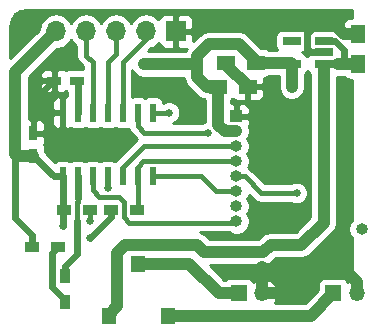
<source format=gtl>
G04 #@! TF.FileFunction,Copper,L1,Top,Signal*
%FSLAX46Y46*%
G04 Gerber Fmt 4.6, Leading zero omitted, Abs format (unit mm)*
G04 Created by KiCad (PCBNEW 4.0.4-stable) date Sunday, October 15, 2017 'PMt' 03:04:39 PM*
%MOMM*%
%LPD*%
G01*
G04 APERTURE LIST*
%ADD10C,0.100000*%
%ADD11R,1.560000X0.650000*%
%ADD12R,1.700000X1.700000*%
%ADD13O,1.700000X1.700000*%
%ADD14R,1.200000X0.750000*%
%ADD15R,1.200000X0.900000*%
%ADD16R,0.900000X1.200000*%
%ADD17R,1.500000X1.250000*%
%ADD18R,0.750000X1.200000*%
%ADD19R,1.250000X1.500000*%
%ADD20R,1.200000X1.400000*%
%ADD21R,0.600000X1.500000*%
%ADD22R,1.000000X1.000000*%
%ADD23O,1.000000X1.000000*%
%ADD24R,1.350000X1.350000*%
%ADD25O,1.350000X1.350000*%
%ADD26C,1.000000*%
%ADD27C,0.650000*%
%ADD28C,1.000000*%
%ADD29C,0.600000*%
%ADD30C,0.400000*%
%ADD31C,0.250000*%
G04 APERTURE END LIST*
D10*
D11*
X77200000Y-55250000D03*
X77200000Y-54300000D03*
X77200000Y-53350000D03*
X74500000Y-53350000D03*
X74500000Y-55250000D03*
D12*
X64679999Y-52500000D03*
D13*
X62139999Y-52500000D03*
X59599999Y-52500000D03*
X57059999Y-52500000D03*
X54519999Y-52500000D03*
D14*
X56300000Y-56700000D03*
X54400000Y-56700000D03*
D15*
X59200000Y-67600000D03*
X61400000Y-67600000D03*
D16*
X55300000Y-73200000D03*
X55300000Y-75400000D03*
D17*
X71450000Y-55200000D03*
X68950000Y-55200000D03*
X68250000Y-57200000D03*
X70750000Y-57200000D03*
D18*
X52600000Y-63050000D03*
X52600000Y-61150000D03*
D19*
X80100000Y-55250000D03*
X80100000Y-52750000D03*
D20*
X59000000Y-76600000D03*
X64000000Y-76600000D03*
X61500000Y-72200000D03*
D21*
X55090000Y-64800000D03*
X56360000Y-64800000D03*
X57630000Y-64800000D03*
X58900000Y-64800000D03*
X60170000Y-64800000D03*
X61440000Y-64800000D03*
X62710000Y-64800000D03*
X62710000Y-59400000D03*
X61440000Y-59400000D03*
X60170000Y-59400000D03*
X58900000Y-59400000D03*
X57630000Y-59400000D03*
X56360000Y-59400000D03*
X55090000Y-59400000D03*
D22*
X69800000Y-59710000D03*
D23*
X69800000Y-60980000D03*
X69800000Y-62250000D03*
X69800000Y-63520000D03*
X69800000Y-64790000D03*
X69800000Y-66060000D03*
X69800000Y-67330000D03*
X69800000Y-68600000D03*
X80400000Y-69255000D03*
D15*
X52500000Y-70800000D03*
X54700000Y-70800000D03*
X55200000Y-67600000D03*
X57400000Y-67600000D03*
D24*
X70000000Y-74700000D03*
D25*
X72000000Y-74700000D03*
D24*
X78000000Y-74700000D03*
D25*
X80000000Y-74700000D03*
D26*
X72000000Y-72500000D03*
X79000000Y-72000000D03*
X77000000Y-72000000D03*
X75000000Y-73000000D03*
X73300000Y-59000000D03*
X68600000Y-51400000D03*
X71600000Y-51400000D03*
X74600000Y-51400000D03*
X77600000Y-51400000D03*
X65000000Y-57000000D03*
X63000000Y-57000000D03*
X53000000Y-58000000D03*
D27*
X55100000Y-69000000D03*
X57400000Y-70000000D03*
D26*
X74500000Y-57200000D03*
X62000000Y-55300000D03*
D27*
X67400000Y-61100000D03*
X74900000Y-66200000D03*
X64100000Y-59400000D03*
X57400000Y-68600000D03*
X58900000Y-65800000D03*
D28*
X72000000Y-74700000D02*
X72000000Y-72500000D01*
X75000000Y-73000000D02*
X76000000Y-73000000D01*
X76000000Y-73000000D02*
X77000000Y-72000000D01*
X79254594Y-73000000D02*
X75000000Y-73000000D01*
X72000000Y-74700000D02*
X73300000Y-74700000D01*
X73300000Y-74700000D02*
X75000000Y-73000000D01*
X74600000Y-51400000D02*
X71600000Y-51400000D01*
X80100000Y-52750000D02*
X78950000Y-52750000D01*
X78950000Y-52750000D02*
X77600000Y-51400000D01*
D29*
X77200000Y-54300000D02*
X76100000Y-54300000D01*
X75800000Y-54000000D02*
X75800000Y-52744998D01*
X76100000Y-54300000D02*
X75800000Y-54000000D01*
X75800000Y-52744998D02*
X76444998Y-52100000D01*
X76444998Y-52100000D02*
X78600000Y-52100000D01*
X78600000Y-52100000D02*
X79250000Y-52750000D01*
X79250000Y-52750000D02*
X80100000Y-52750000D01*
D28*
X80000000Y-74700000D02*
X80000000Y-73745406D01*
X80000000Y-73745406D02*
X79254594Y-73000000D01*
D29*
X63000000Y-57000000D02*
X65000000Y-57000000D01*
X54400000Y-56700000D02*
X54300000Y-56700000D01*
X54300000Y-56700000D02*
X53000000Y-58000000D01*
D28*
X68950000Y-55200000D02*
X68950000Y-55350000D01*
X68950000Y-55350000D02*
X70750000Y-57150000D01*
X70750000Y-57150000D02*
X70750000Y-57200000D01*
D29*
X55100000Y-69000000D02*
X55100000Y-67700000D01*
X55100000Y-67700000D02*
X55200000Y-67600000D01*
X59200000Y-67600000D02*
X59200000Y-68200000D01*
X59200000Y-68200000D02*
X57400000Y-70000000D01*
D28*
X71450000Y-55200000D02*
X74450000Y-55200000D01*
X74450000Y-55200000D02*
X74500000Y-55250000D01*
X74500000Y-57200000D02*
X74500000Y-55250000D01*
D29*
X52500000Y-70800000D02*
X52500000Y-69750000D01*
X51100000Y-68350000D02*
X51100000Y-62925000D01*
X52500000Y-69750000D02*
X51100000Y-68350000D01*
X55090000Y-64800000D02*
X55090000Y-67490000D01*
X55090000Y-67490000D02*
X55200000Y-67600000D01*
D28*
X54519999Y-52500000D02*
X51100000Y-55919999D01*
X51100000Y-55919999D02*
X51100000Y-62925000D01*
X51100000Y-62925000D02*
X51225000Y-63050000D01*
X51225000Y-63050000D02*
X52600000Y-63050000D01*
X66500000Y-55300000D02*
X66500000Y-56400000D01*
X66500000Y-54600000D02*
X66500000Y-55300000D01*
X66500000Y-55300000D02*
X62000000Y-55300000D01*
X71450000Y-55200000D02*
X71450000Y-55064998D01*
X66500000Y-56400000D02*
X67300000Y-57200000D01*
X71450000Y-55064998D02*
X69985002Y-53600000D01*
X69985002Y-53600000D02*
X67500000Y-53600000D01*
X67500000Y-53600000D02*
X66500000Y-54600000D01*
X67300000Y-57200000D02*
X68250000Y-57200000D01*
X69800000Y-60980000D02*
X68809998Y-60980000D01*
X68809998Y-60980000D02*
X68250000Y-60420002D01*
X68250000Y-60420002D02*
X68250000Y-58825000D01*
X68250000Y-58825000D02*
X68250000Y-57200000D01*
D29*
X55090000Y-64800000D02*
X54350000Y-64800000D01*
X54350000Y-64800000D02*
X52600000Y-63050000D01*
X78900000Y-54131386D02*
X78900000Y-55250000D01*
X77200000Y-53350000D02*
X78118614Y-53350000D01*
X78118614Y-53350000D02*
X78900000Y-54131386D01*
D28*
X80100000Y-55250000D02*
X78900000Y-55250000D01*
X78900000Y-55250000D02*
X78400000Y-55250000D01*
D29*
X77200000Y-55250000D02*
X78400000Y-55250000D01*
D28*
X59000000Y-76600000D02*
X59000000Y-76500000D01*
X60400000Y-70600000D02*
X66500000Y-70600000D01*
X59000000Y-76500000D02*
X59700000Y-75800000D01*
X59700000Y-75800000D02*
X59700000Y-71300000D01*
X59700000Y-71300000D02*
X60400000Y-70600000D01*
X66500000Y-70600000D02*
X67100000Y-71200000D01*
X77200000Y-68700000D02*
X77200000Y-57700000D01*
X67100000Y-71200000D02*
X72100000Y-71200000D01*
X72100000Y-71200000D02*
X72700000Y-70600000D01*
X77200000Y-57700000D02*
X77200000Y-55700000D01*
X72700000Y-70600000D02*
X75300000Y-70600000D01*
X75300000Y-70600000D02*
X77200000Y-68700000D01*
D29*
X77200000Y-55250000D02*
X77200000Y-55700000D01*
D30*
X57059999Y-52500000D02*
X57059999Y-54559999D01*
X57059999Y-54559999D02*
X57630000Y-55130000D01*
X57630000Y-55130000D02*
X57630000Y-59400000D01*
X59599999Y-52500000D02*
X59600000Y-52500001D01*
X59600000Y-52500001D02*
X59600000Y-54400000D01*
X59600000Y-54400000D02*
X58900000Y-55100000D01*
X58900000Y-55100000D02*
X58900000Y-59400000D01*
X62139999Y-52500000D02*
X62139999Y-53160001D01*
X62139999Y-53160001D02*
X60170000Y-55130000D01*
X60170000Y-55130000D02*
X60170000Y-59400000D01*
X69800000Y-62250000D02*
X61950000Y-62250000D01*
X61950000Y-62250000D02*
X60170000Y-64030000D01*
X60170000Y-64030000D02*
X60170000Y-64800000D01*
X67400000Y-61100000D02*
X61990000Y-61100000D01*
X61990000Y-61100000D02*
X61440000Y-60550000D01*
X61440000Y-60550000D02*
X61440000Y-59400000D01*
X74900000Y-66200000D02*
X71900000Y-66200000D01*
X69810000Y-64800000D02*
X69800000Y-64790000D01*
X71900000Y-66200000D02*
X70500000Y-64800000D01*
X70500000Y-64800000D02*
X69810000Y-64800000D01*
X62710000Y-64800000D02*
X66800000Y-64800000D01*
X66800000Y-64800000D02*
X68060000Y-66060000D01*
X68060000Y-66060000D02*
X69800000Y-66060000D01*
X63000000Y-59400000D02*
X62710000Y-59400000D01*
X64100000Y-59400000D02*
X63000000Y-59400000D01*
D28*
X68325000Y-74700000D02*
X65825000Y-72200000D01*
X65825000Y-72200000D02*
X63100000Y-72200000D01*
X70000000Y-74700000D02*
X68325000Y-74700000D01*
X63100000Y-72200000D02*
X61500000Y-72200000D01*
D29*
X56300000Y-68600000D02*
X56300000Y-71400000D01*
X56300000Y-71400000D02*
X55300000Y-72400000D01*
D30*
X56360000Y-66340000D02*
X56360000Y-66600000D01*
X56360000Y-66600000D02*
X56360000Y-66940000D01*
D29*
X56360000Y-64800000D02*
X56360000Y-66600000D01*
D30*
X56300000Y-67000000D02*
X56300000Y-68600000D01*
X56360000Y-66940000D02*
X56300000Y-67000000D01*
D29*
X55300000Y-73200000D02*
X55300000Y-72400000D01*
X54200000Y-71300000D02*
X54700000Y-70800000D01*
X55300000Y-75400000D02*
X55300000Y-75250000D01*
X55300000Y-75250000D02*
X54200000Y-74150000D01*
X54200000Y-74150000D02*
X54200000Y-71300000D01*
D28*
X64000000Y-76600000D02*
X76100000Y-76600000D01*
X76100000Y-76600000D02*
X78000000Y-74700000D01*
D29*
X56360000Y-59400000D02*
X56360000Y-56760000D01*
X56360000Y-56760000D02*
X56300000Y-56700000D01*
D30*
X57400000Y-68600000D02*
X57400000Y-67600000D01*
X58900000Y-64800000D02*
X58900000Y-65800000D01*
X61440000Y-64800000D02*
X61440000Y-67560000D01*
X61440000Y-67560000D02*
X61400000Y-67600000D01*
X69800000Y-63520000D02*
X61880000Y-63520000D01*
X61880000Y-63520000D02*
X61440000Y-63960000D01*
X61440000Y-63960000D02*
X61440000Y-64800000D01*
X69800000Y-68600000D02*
X69700000Y-68700000D01*
X69700000Y-68700000D02*
X60729998Y-68700000D01*
X60729998Y-68700000D02*
X60300000Y-68270002D01*
X60300000Y-68270002D02*
X60300000Y-66929998D01*
X60300000Y-66929998D02*
X59895003Y-66525001D01*
X59895003Y-66525001D02*
X58205001Y-66525001D01*
X58205001Y-66525001D02*
X57630000Y-65950000D01*
X57630000Y-65950000D02*
X57630000Y-64800000D01*
D31*
G36*
X78400000Y-56375000D02*
X78973605Y-56375000D01*
X79018219Y-56444332D01*
X79227076Y-56587038D01*
X79475000Y-56637244D01*
X79575000Y-56637244D01*
X79575000Y-68470677D01*
X79338596Y-68824481D01*
X79252960Y-69255000D01*
X79338596Y-69685519D01*
X79575000Y-70039323D01*
X79575000Y-73482561D01*
X79340540Y-73579670D01*
X79207500Y-73698339D01*
X79131781Y-73580668D01*
X78922924Y-73437962D01*
X78675000Y-73387756D01*
X77325000Y-73387756D01*
X77093389Y-73431337D01*
X76880668Y-73568219D01*
X76737962Y-73777076D01*
X76687756Y-74025000D01*
X76687756Y-74421254D01*
X75634010Y-75475000D01*
X73041703Y-75475000D01*
X73258502Y-75025885D01*
X73137737Y-74825000D01*
X72125000Y-74825000D01*
X72125000Y-74845000D01*
X71875000Y-74845000D01*
X71875000Y-74825000D01*
X71855000Y-74825000D01*
X71855000Y-74575000D01*
X71875000Y-74575000D01*
X71875000Y-73563101D01*
X72125000Y-73563101D01*
X72125000Y-74575000D01*
X73137737Y-74575000D01*
X73258502Y-74374115D01*
X73037993Y-73917314D01*
X72659460Y-73579670D01*
X72325883Y-73441509D01*
X72125000Y-73563101D01*
X71875000Y-73563101D01*
X71674117Y-73441509D01*
X71340540Y-73579670D01*
X71207500Y-73698339D01*
X71131781Y-73580668D01*
X70922924Y-73437962D01*
X70675000Y-73387756D01*
X69325000Y-73387756D01*
X69093389Y-73431337D01*
X68880668Y-73568219D01*
X68876035Y-73575000D01*
X68790990Y-73575000D01*
X67540990Y-72325000D01*
X72100000Y-72325000D01*
X72530519Y-72239364D01*
X72895495Y-71995495D01*
X73165990Y-71725000D01*
X75300000Y-71725000D01*
X75730519Y-71639364D01*
X76095495Y-71395495D01*
X77995495Y-69495495D01*
X78017741Y-69462201D01*
X78239364Y-69130519D01*
X78325000Y-68700000D01*
X78325000Y-56360081D01*
X78400000Y-56375000D01*
X78400000Y-56375000D01*
G37*
X78400000Y-56375000D02*
X78973605Y-56375000D01*
X79018219Y-56444332D01*
X79227076Y-56587038D01*
X79475000Y-56637244D01*
X79575000Y-56637244D01*
X79575000Y-68470677D01*
X79338596Y-68824481D01*
X79252960Y-69255000D01*
X79338596Y-69685519D01*
X79575000Y-70039323D01*
X79575000Y-73482561D01*
X79340540Y-73579670D01*
X79207500Y-73698339D01*
X79131781Y-73580668D01*
X78922924Y-73437962D01*
X78675000Y-73387756D01*
X77325000Y-73387756D01*
X77093389Y-73431337D01*
X76880668Y-73568219D01*
X76737962Y-73777076D01*
X76687756Y-74025000D01*
X76687756Y-74421254D01*
X75634010Y-75475000D01*
X73041703Y-75475000D01*
X73258502Y-75025885D01*
X73137737Y-74825000D01*
X72125000Y-74825000D01*
X72125000Y-74845000D01*
X71875000Y-74845000D01*
X71875000Y-74825000D01*
X71855000Y-74825000D01*
X71855000Y-74575000D01*
X71875000Y-74575000D01*
X71875000Y-73563101D01*
X72125000Y-73563101D01*
X72125000Y-74575000D01*
X73137737Y-74575000D01*
X73258502Y-74374115D01*
X73037993Y-73917314D01*
X72659460Y-73579670D01*
X72325883Y-73441509D01*
X72125000Y-73563101D01*
X71875000Y-73563101D01*
X71674117Y-73441509D01*
X71340540Y-73579670D01*
X71207500Y-73698339D01*
X71131781Y-73580668D01*
X70922924Y-73437962D01*
X70675000Y-73387756D01*
X69325000Y-73387756D01*
X69093389Y-73431337D01*
X68880668Y-73568219D01*
X68876035Y-73575000D01*
X68790990Y-73575000D01*
X67540990Y-72325000D01*
X72100000Y-72325000D01*
X72530519Y-72239364D01*
X72895495Y-71995495D01*
X73165990Y-71725000D01*
X75300000Y-71725000D01*
X75730519Y-71639364D01*
X76095495Y-71395495D01*
X77995495Y-69495495D01*
X78017741Y-69462201D01*
X78239364Y-69130519D01*
X78325000Y-68700000D01*
X78325000Y-56360081D01*
X78400000Y-56375000D01*
G36*
X75963219Y-56019332D02*
X76075000Y-56095709D01*
X76075000Y-68234010D01*
X74834010Y-69475000D01*
X72700000Y-69475000D01*
X72269481Y-69560636D01*
X71904505Y-69804505D01*
X71634010Y-70075000D01*
X67565990Y-70075000D01*
X67295495Y-69804505D01*
X67213922Y-69750000D01*
X66930519Y-69560636D01*
X66751366Y-69525000D01*
X69176283Y-69525000D01*
X69347441Y-69639364D01*
X69777960Y-69725000D01*
X69822040Y-69725000D01*
X70252559Y-69639364D01*
X70617535Y-69395495D01*
X70861404Y-69030519D01*
X70947040Y-68600000D01*
X70861404Y-68169481D01*
X70724774Y-67965000D01*
X70861404Y-67760519D01*
X70947040Y-67330000D01*
X70861404Y-66899481D01*
X70724774Y-66695000D01*
X70861404Y-66490519D01*
X70888346Y-66355072D01*
X71316637Y-66783363D01*
X71584286Y-66962201D01*
X71900000Y-67025000D01*
X74409567Y-67025000D01*
X74710204Y-67149835D01*
X75088138Y-67150165D01*
X75437429Y-67005841D01*
X75704902Y-66738835D01*
X75849835Y-66389796D01*
X75850165Y-66011862D01*
X75705841Y-65662571D01*
X75438835Y-65395098D01*
X75089796Y-65250165D01*
X74711862Y-65249835D01*
X74408939Y-65375000D01*
X72241726Y-65375000D01*
X71083363Y-64216637D01*
X70815714Y-64037799D01*
X70804567Y-64035582D01*
X70861404Y-63950519D01*
X70947040Y-63520000D01*
X70861404Y-63089481D01*
X70724774Y-62885000D01*
X70861404Y-62680519D01*
X70947040Y-62250000D01*
X70861404Y-61819481D01*
X70724774Y-61615000D01*
X70861404Y-61410519D01*
X70947040Y-60980000D01*
X70861404Y-60549481D01*
X70845646Y-60525897D01*
X70925000Y-60334320D01*
X70925000Y-59991250D01*
X70768750Y-59835000D01*
X69925000Y-59835000D01*
X69925000Y-59855000D01*
X69675000Y-59855000D01*
X69675000Y-59835000D01*
X69655000Y-59835000D01*
X69655000Y-59585000D01*
X69675000Y-59585000D01*
X69675000Y-58741250D01*
X69925000Y-58741250D01*
X69925000Y-59585000D01*
X70768750Y-59585000D01*
X70925000Y-59428750D01*
X70925000Y-59085680D01*
X70829849Y-58855966D01*
X70654034Y-58680150D01*
X70424320Y-58585000D01*
X70081250Y-58585000D01*
X69925000Y-58741250D01*
X69675000Y-58741250D01*
X69518750Y-58585000D01*
X69375000Y-58585000D01*
X69375000Y-58326395D01*
X69444332Y-58281781D01*
X69496519Y-58205402D01*
X69645966Y-58354850D01*
X69875680Y-58450000D01*
X70468750Y-58450000D01*
X70625000Y-58293750D01*
X70625000Y-57325000D01*
X70875000Y-57325000D01*
X70875000Y-58293750D01*
X71031250Y-58450000D01*
X71624320Y-58450000D01*
X71854034Y-58354850D01*
X72029849Y-58179034D01*
X72125000Y-57949320D01*
X72125000Y-57481250D01*
X71968750Y-57325000D01*
X70875000Y-57325000D01*
X70625000Y-57325000D01*
X70605000Y-57325000D01*
X70605000Y-57075000D01*
X70625000Y-57075000D01*
X70625000Y-57055000D01*
X70875000Y-57055000D01*
X70875000Y-57075000D01*
X71968750Y-57075000D01*
X72125000Y-56918750D01*
X72125000Y-56462244D01*
X72200000Y-56462244D01*
X72431611Y-56418663D01*
X72577168Y-56325000D01*
X73375000Y-56325000D01*
X73375000Y-57199320D01*
X73374805Y-57422795D01*
X73545715Y-57836429D01*
X73861907Y-58153172D01*
X74275242Y-58324804D01*
X74722795Y-58325195D01*
X75136429Y-58154285D01*
X75453172Y-57838093D01*
X75624804Y-57424758D01*
X75625195Y-56977205D01*
X75625000Y-56976733D01*
X75625000Y-56095699D01*
X75724332Y-56031781D01*
X75851483Y-55845689D01*
X75963219Y-56019332D01*
X75963219Y-56019332D01*
G37*
X75963219Y-56019332D02*
X76075000Y-56095709D01*
X76075000Y-68234010D01*
X74834010Y-69475000D01*
X72700000Y-69475000D01*
X72269481Y-69560636D01*
X71904505Y-69804505D01*
X71634010Y-70075000D01*
X67565990Y-70075000D01*
X67295495Y-69804505D01*
X67213922Y-69750000D01*
X66930519Y-69560636D01*
X66751366Y-69525000D01*
X69176283Y-69525000D01*
X69347441Y-69639364D01*
X69777960Y-69725000D01*
X69822040Y-69725000D01*
X70252559Y-69639364D01*
X70617535Y-69395495D01*
X70861404Y-69030519D01*
X70947040Y-68600000D01*
X70861404Y-68169481D01*
X70724774Y-67965000D01*
X70861404Y-67760519D01*
X70947040Y-67330000D01*
X70861404Y-66899481D01*
X70724774Y-66695000D01*
X70861404Y-66490519D01*
X70888346Y-66355072D01*
X71316637Y-66783363D01*
X71584286Y-66962201D01*
X71900000Y-67025000D01*
X74409567Y-67025000D01*
X74710204Y-67149835D01*
X75088138Y-67150165D01*
X75437429Y-67005841D01*
X75704902Y-66738835D01*
X75849835Y-66389796D01*
X75850165Y-66011862D01*
X75705841Y-65662571D01*
X75438835Y-65395098D01*
X75089796Y-65250165D01*
X74711862Y-65249835D01*
X74408939Y-65375000D01*
X72241726Y-65375000D01*
X71083363Y-64216637D01*
X70815714Y-64037799D01*
X70804567Y-64035582D01*
X70861404Y-63950519D01*
X70947040Y-63520000D01*
X70861404Y-63089481D01*
X70724774Y-62885000D01*
X70861404Y-62680519D01*
X70947040Y-62250000D01*
X70861404Y-61819481D01*
X70724774Y-61615000D01*
X70861404Y-61410519D01*
X70947040Y-60980000D01*
X70861404Y-60549481D01*
X70845646Y-60525897D01*
X70925000Y-60334320D01*
X70925000Y-59991250D01*
X70768750Y-59835000D01*
X69925000Y-59835000D01*
X69925000Y-59855000D01*
X69675000Y-59855000D01*
X69675000Y-59835000D01*
X69655000Y-59835000D01*
X69655000Y-59585000D01*
X69675000Y-59585000D01*
X69675000Y-58741250D01*
X69925000Y-58741250D01*
X69925000Y-59585000D01*
X70768750Y-59585000D01*
X70925000Y-59428750D01*
X70925000Y-59085680D01*
X70829849Y-58855966D01*
X70654034Y-58680150D01*
X70424320Y-58585000D01*
X70081250Y-58585000D01*
X69925000Y-58741250D01*
X69675000Y-58741250D01*
X69518750Y-58585000D01*
X69375000Y-58585000D01*
X69375000Y-58326395D01*
X69444332Y-58281781D01*
X69496519Y-58205402D01*
X69645966Y-58354850D01*
X69875680Y-58450000D01*
X70468750Y-58450000D01*
X70625000Y-58293750D01*
X70625000Y-57325000D01*
X70875000Y-57325000D01*
X70875000Y-58293750D01*
X71031250Y-58450000D01*
X71624320Y-58450000D01*
X71854034Y-58354850D01*
X72029849Y-58179034D01*
X72125000Y-57949320D01*
X72125000Y-57481250D01*
X71968750Y-57325000D01*
X70875000Y-57325000D01*
X70625000Y-57325000D01*
X70605000Y-57325000D01*
X70605000Y-57075000D01*
X70625000Y-57075000D01*
X70625000Y-57055000D01*
X70875000Y-57055000D01*
X70875000Y-57075000D01*
X71968750Y-57075000D01*
X72125000Y-56918750D01*
X72125000Y-56462244D01*
X72200000Y-56462244D01*
X72431611Y-56418663D01*
X72577168Y-56325000D01*
X73375000Y-56325000D01*
X73375000Y-57199320D01*
X73374805Y-57422795D01*
X73545715Y-57836429D01*
X73861907Y-58153172D01*
X74275242Y-58324804D01*
X74722795Y-58325195D01*
X75136429Y-58154285D01*
X75453172Y-57838093D01*
X75624804Y-57424758D01*
X75625195Y-56977205D01*
X75625000Y-56976733D01*
X75625000Y-56095699D01*
X75724332Y-56031781D01*
X75851483Y-55845689D01*
X75963219Y-56019332D01*
G36*
X56017016Y-53571880D02*
X56234999Y-53717531D01*
X56234999Y-54559999D01*
X56297798Y-54875713D01*
X56476636Y-55143362D01*
X56805000Y-55471726D01*
X56805000Y-55687756D01*
X55700000Y-55687756D01*
X55468389Y-55731337D01*
X55359980Y-55801096D01*
X55354034Y-55795150D01*
X55124320Y-55700000D01*
X54681250Y-55700000D01*
X54525000Y-55856250D01*
X54525000Y-56575000D01*
X54545000Y-56575000D01*
X54545000Y-56825000D01*
X54525000Y-56825000D01*
X54525000Y-57543750D01*
X54681250Y-57700000D01*
X55124320Y-57700000D01*
X55354034Y-57604850D01*
X55359857Y-57599027D01*
X55435000Y-57650370D01*
X55435000Y-58025000D01*
X55371250Y-58025000D01*
X55215000Y-58181250D01*
X55215000Y-59275000D01*
X55235000Y-59275000D01*
X55235000Y-59525000D01*
X55215000Y-59525000D01*
X55215000Y-60618750D01*
X55371250Y-60775000D01*
X55514320Y-60775000D01*
X55734286Y-60683887D01*
X55812076Y-60737038D01*
X56060000Y-60787244D01*
X56660000Y-60787244D01*
X56891611Y-60743663D01*
X56994693Y-60677332D01*
X57082076Y-60737038D01*
X57330000Y-60787244D01*
X57930000Y-60787244D01*
X58161611Y-60743663D01*
X58264693Y-60677332D01*
X58352076Y-60737038D01*
X58600000Y-60787244D01*
X59200000Y-60787244D01*
X59431611Y-60743663D01*
X59534693Y-60677332D01*
X59622076Y-60737038D01*
X59870000Y-60787244D01*
X60470000Y-60787244D01*
X60655257Y-60752385D01*
X60677799Y-60865714D01*
X60856637Y-61133363D01*
X61380589Y-61657315D01*
X61366637Y-61666637D01*
X59586637Y-63446637D01*
X59536232Y-63522073D01*
X59535307Y-63522668D01*
X59447924Y-63462962D01*
X59200000Y-63412756D01*
X58600000Y-63412756D01*
X58368389Y-63456337D01*
X58265307Y-63522668D01*
X58177924Y-63462962D01*
X57930000Y-63412756D01*
X57330000Y-63412756D01*
X57098389Y-63456337D01*
X56995307Y-63522668D01*
X56907924Y-63462962D01*
X56660000Y-63412756D01*
X56060000Y-63412756D01*
X55828389Y-63456337D01*
X55725307Y-63522668D01*
X55637924Y-63462962D01*
X55390000Y-63412756D01*
X54790000Y-63412756D01*
X54558389Y-63456337D01*
X54409982Y-63551834D01*
X53679524Y-62821376D01*
X53639364Y-62619481D01*
X53612244Y-62578893D01*
X53612244Y-62450000D01*
X53568663Y-62218389D01*
X53498904Y-62109980D01*
X53504850Y-62104034D01*
X53600000Y-61874320D01*
X53600000Y-61431250D01*
X53443750Y-61275000D01*
X52725000Y-61275000D01*
X52725000Y-61295000D01*
X52475000Y-61295000D01*
X52475000Y-61275000D01*
X52455000Y-61275000D01*
X52455000Y-61025000D01*
X52475000Y-61025000D01*
X52475000Y-60081250D01*
X52725000Y-60081250D01*
X52725000Y-61025000D01*
X53443750Y-61025000D01*
X53600000Y-60868750D01*
X53600000Y-60425680D01*
X53504850Y-60195966D01*
X53329034Y-60020151D01*
X53099320Y-59925000D01*
X52881250Y-59925000D01*
X52725000Y-60081250D01*
X52475000Y-60081250D01*
X52318750Y-59925000D01*
X52225000Y-59925000D01*
X52225000Y-59681250D01*
X54165000Y-59681250D01*
X54165000Y-60274320D01*
X54260150Y-60504034D01*
X54435966Y-60679849D01*
X54665680Y-60775000D01*
X54808750Y-60775000D01*
X54965000Y-60618750D01*
X54965000Y-59525000D01*
X54321250Y-59525000D01*
X54165000Y-59681250D01*
X52225000Y-59681250D01*
X52225000Y-58525680D01*
X54165000Y-58525680D01*
X54165000Y-59118750D01*
X54321250Y-59275000D01*
X54965000Y-59275000D01*
X54965000Y-58181250D01*
X54808750Y-58025000D01*
X54665680Y-58025000D01*
X54435966Y-58120151D01*
X54260150Y-58295966D01*
X54165000Y-58525680D01*
X52225000Y-58525680D01*
X52225000Y-56981250D01*
X53175000Y-56981250D01*
X53175000Y-57199320D01*
X53270151Y-57429034D01*
X53445966Y-57604850D01*
X53675680Y-57700000D01*
X54118750Y-57700000D01*
X54275000Y-57543750D01*
X54275000Y-56825000D01*
X53331250Y-56825000D01*
X53175000Y-56981250D01*
X52225000Y-56981250D01*
X52225000Y-56385989D01*
X52410309Y-56200680D01*
X53175000Y-56200680D01*
X53175000Y-56418750D01*
X53331250Y-56575000D01*
X54275000Y-56575000D01*
X54275000Y-55856250D01*
X54118750Y-55700000D01*
X53675680Y-55700000D01*
X53445966Y-55795150D01*
X53270151Y-55970966D01*
X53175000Y-56200680D01*
X52410309Y-56200680D01*
X54628718Y-53982271D01*
X55084457Y-53891619D01*
X55562982Y-53571880D01*
X55789999Y-53232124D01*
X56017016Y-53571880D01*
X56017016Y-53571880D01*
G37*
X56017016Y-53571880D02*
X56234999Y-53717531D01*
X56234999Y-54559999D01*
X56297798Y-54875713D01*
X56476636Y-55143362D01*
X56805000Y-55471726D01*
X56805000Y-55687756D01*
X55700000Y-55687756D01*
X55468389Y-55731337D01*
X55359980Y-55801096D01*
X55354034Y-55795150D01*
X55124320Y-55700000D01*
X54681250Y-55700000D01*
X54525000Y-55856250D01*
X54525000Y-56575000D01*
X54545000Y-56575000D01*
X54545000Y-56825000D01*
X54525000Y-56825000D01*
X54525000Y-57543750D01*
X54681250Y-57700000D01*
X55124320Y-57700000D01*
X55354034Y-57604850D01*
X55359857Y-57599027D01*
X55435000Y-57650370D01*
X55435000Y-58025000D01*
X55371250Y-58025000D01*
X55215000Y-58181250D01*
X55215000Y-59275000D01*
X55235000Y-59275000D01*
X55235000Y-59525000D01*
X55215000Y-59525000D01*
X55215000Y-60618750D01*
X55371250Y-60775000D01*
X55514320Y-60775000D01*
X55734286Y-60683887D01*
X55812076Y-60737038D01*
X56060000Y-60787244D01*
X56660000Y-60787244D01*
X56891611Y-60743663D01*
X56994693Y-60677332D01*
X57082076Y-60737038D01*
X57330000Y-60787244D01*
X57930000Y-60787244D01*
X58161611Y-60743663D01*
X58264693Y-60677332D01*
X58352076Y-60737038D01*
X58600000Y-60787244D01*
X59200000Y-60787244D01*
X59431611Y-60743663D01*
X59534693Y-60677332D01*
X59622076Y-60737038D01*
X59870000Y-60787244D01*
X60470000Y-60787244D01*
X60655257Y-60752385D01*
X60677799Y-60865714D01*
X60856637Y-61133363D01*
X61380589Y-61657315D01*
X61366637Y-61666637D01*
X59586637Y-63446637D01*
X59536232Y-63522073D01*
X59535307Y-63522668D01*
X59447924Y-63462962D01*
X59200000Y-63412756D01*
X58600000Y-63412756D01*
X58368389Y-63456337D01*
X58265307Y-63522668D01*
X58177924Y-63462962D01*
X57930000Y-63412756D01*
X57330000Y-63412756D01*
X57098389Y-63456337D01*
X56995307Y-63522668D01*
X56907924Y-63462962D01*
X56660000Y-63412756D01*
X56060000Y-63412756D01*
X55828389Y-63456337D01*
X55725307Y-63522668D01*
X55637924Y-63462962D01*
X55390000Y-63412756D01*
X54790000Y-63412756D01*
X54558389Y-63456337D01*
X54409982Y-63551834D01*
X53679524Y-62821376D01*
X53639364Y-62619481D01*
X53612244Y-62578893D01*
X53612244Y-62450000D01*
X53568663Y-62218389D01*
X53498904Y-62109980D01*
X53504850Y-62104034D01*
X53600000Y-61874320D01*
X53600000Y-61431250D01*
X53443750Y-61275000D01*
X52725000Y-61275000D01*
X52725000Y-61295000D01*
X52475000Y-61295000D01*
X52475000Y-61275000D01*
X52455000Y-61275000D01*
X52455000Y-61025000D01*
X52475000Y-61025000D01*
X52475000Y-60081250D01*
X52725000Y-60081250D01*
X52725000Y-61025000D01*
X53443750Y-61025000D01*
X53600000Y-60868750D01*
X53600000Y-60425680D01*
X53504850Y-60195966D01*
X53329034Y-60020151D01*
X53099320Y-59925000D01*
X52881250Y-59925000D01*
X52725000Y-60081250D01*
X52475000Y-60081250D01*
X52318750Y-59925000D01*
X52225000Y-59925000D01*
X52225000Y-59681250D01*
X54165000Y-59681250D01*
X54165000Y-60274320D01*
X54260150Y-60504034D01*
X54435966Y-60679849D01*
X54665680Y-60775000D01*
X54808750Y-60775000D01*
X54965000Y-60618750D01*
X54965000Y-59525000D01*
X54321250Y-59525000D01*
X54165000Y-59681250D01*
X52225000Y-59681250D01*
X52225000Y-58525680D01*
X54165000Y-58525680D01*
X54165000Y-59118750D01*
X54321250Y-59275000D01*
X54965000Y-59275000D01*
X54965000Y-58181250D01*
X54808750Y-58025000D01*
X54665680Y-58025000D01*
X54435966Y-58120151D01*
X54260150Y-58295966D01*
X54165000Y-58525680D01*
X52225000Y-58525680D01*
X52225000Y-56981250D01*
X53175000Y-56981250D01*
X53175000Y-57199320D01*
X53270151Y-57429034D01*
X53445966Y-57604850D01*
X53675680Y-57700000D01*
X54118750Y-57700000D01*
X54275000Y-57543750D01*
X54275000Y-56825000D01*
X53331250Y-56825000D01*
X53175000Y-56981250D01*
X52225000Y-56981250D01*
X52225000Y-56385989D01*
X52410309Y-56200680D01*
X53175000Y-56200680D01*
X53175000Y-56418750D01*
X53331250Y-56575000D01*
X54275000Y-56575000D01*
X54275000Y-55856250D01*
X54118750Y-55700000D01*
X53675680Y-55700000D01*
X53445966Y-55795150D01*
X53270151Y-55970966D01*
X53175000Y-56200680D01*
X52410309Y-56200680D01*
X54628718Y-53982271D01*
X55084457Y-53891619D01*
X55562982Y-53571880D01*
X55789999Y-53232124D01*
X56017016Y-53571880D01*
G36*
X61045715Y-55936429D02*
X61361907Y-56253172D01*
X61775242Y-56424804D01*
X62222795Y-56425195D01*
X62223267Y-56425000D01*
X65379973Y-56425000D01*
X65460636Y-56830519D01*
X65704505Y-57195495D01*
X66504505Y-57995495D01*
X66869481Y-58239364D01*
X67052697Y-58275808D01*
X67125000Y-58325211D01*
X67125000Y-60185726D01*
X66908939Y-60275000D01*
X64470051Y-60275000D01*
X64637429Y-60205841D01*
X64904902Y-59938835D01*
X65049835Y-59589796D01*
X65050165Y-59211862D01*
X64905841Y-58862571D01*
X64638835Y-58595098D01*
X64289796Y-58450165D01*
X63911862Y-58449835D01*
X63631386Y-58565725D01*
X63603663Y-58418389D01*
X63466781Y-58205668D01*
X63257924Y-58062962D01*
X63010000Y-58012756D01*
X62410000Y-58012756D01*
X62178389Y-58056337D01*
X62075307Y-58122668D01*
X61987924Y-58062962D01*
X61740000Y-58012756D01*
X61140000Y-58012756D01*
X60995000Y-58040040D01*
X60995000Y-55813689D01*
X61045715Y-55936429D01*
X61045715Y-55936429D01*
G37*
X61045715Y-55936429D02*
X61361907Y-56253172D01*
X61775242Y-56424804D01*
X62222795Y-56425195D01*
X62223267Y-56425000D01*
X65379973Y-56425000D01*
X65460636Y-56830519D01*
X65704505Y-57195495D01*
X66504505Y-57995495D01*
X66869481Y-58239364D01*
X67052697Y-58275808D01*
X67125000Y-58325211D01*
X67125000Y-60185726D01*
X66908939Y-60275000D01*
X64470051Y-60275000D01*
X64637429Y-60205841D01*
X64904902Y-59938835D01*
X65049835Y-59589796D01*
X65050165Y-59211862D01*
X64905841Y-58862571D01*
X64638835Y-58595098D01*
X64289796Y-58450165D01*
X63911862Y-58449835D01*
X63631386Y-58565725D01*
X63603663Y-58418389D01*
X63466781Y-58205668D01*
X63257924Y-58062962D01*
X63010000Y-58012756D01*
X62410000Y-58012756D01*
X62178389Y-58056337D01*
X62075307Y-58122668D01*
X61987924Y-58062962D01*
X61740000Y-58012756D01*
X61140000Y-58012756D01*
X60995000Y-58040040D01*
X60995000Y-55813689D01*
X61045715Y-55936429D01*
G36*
X69075000Y-55075000D02*
X69095000Y-55075000D01*
X69095000Y-55325000D01*
X69075000Y-55325000D01*
X69075000Y-55345000D01*
X68825000Y-55345000D01*
X68825000Y-55325000D01*
X68805000Y-55325000D01*
X68805000Y-55075000D01*
X68825000Y-55075000D01*
X68825000Y-55055000D01*
X69075000Y-55055000D01*
X69075000Y-55075000D01*
X69075000Y-55075000D01*
G37*
X69075000Y-55075000D02*
X69095000Y-55075000D01*
X69095000Y-55325000D01*
X69075000Y-55325000D01*
X69075000Y-55345000D01*
X68825000Y-55345000D01*
X68825000Y-55325000D01*
X68805000Y-55325000D01*
X68805000Y-55075000D01*
X68825000Y-55075000D01*
X68825000Y-55055000D01*
X69075000Y-55055000D01*
X69075000Y-55075000D01*
G36*
X79575000Y-51375000D02*
X79350680Y-51375000D01*
X79120966Y-51470151D01*
X78945150Y-51645966D01*
X78850000Y-51875680D01*
X78850000Y-52468750D01*
X79006250Y-52625000D01*
X79575000Y-52625000D01*
X79575000Y-52875000D01*
X79006250Y-52875000D01*
X78979006Y-52902244D01*
X78772688Y-52695926D01*
X78472597Y-52495411D01*
X78246053Y-52450349D01*
X78227924Y-52437962D01*
X77980000Y-52387756D01*
X76420000Y-52387756D01*
X76188389Y-52431337D01*
X75975668Y-52568219D01*
X75848517Y-52754311D01*
X75736781Y-52580668D01*
X75527924Y-52437962D01*
X75280000Y-52387756D01*
X73720000Y-52387756D01*
X73488389Y-52431337D01*
X73275668Y-52568219D01*
X73132962Y-52777076D01*
X73082756Y-53025000D01*
X73082756Y-53675000D01*
X73126337Y-53906611D01*
X73234692Y-54075000D01*
X72575308Y-54075000D01*
X72447924Y-53987962D01*
X72200000Y-53937756D01*
X71913748Y-53937756D01*
X70780497Y-52804505D01*
X70745693Y-52781250D01*
X70415521Y-52560636D01*
X69985002Y-52475000D01*
X67500000Y-52475000D01*
X67069482Y-52560635D01*
X66704505Y-52804505D01*
X66154999Y-53354011D01*
X66154999Y-52781250D01*
X65998749Y-52625000D01*
X64804999Y-52625000D01*
X64804999Y-53818750D01*
X64961249Y-53975000D01*
X65590584Y-53975000D01*
X65460636Y-54169481D01*
X65459538Y-54175000D01*
X62291726Y-54175000D01*
X62542989Y-53923737D01*
X62704457Y-53891619D01*
X63182982Y-53571880D01*
X63221520Y-53514204D01*
X63300149Y-53704034D01*
X63475965Y-53879849D01*
X63705679Y-53975000D01*
X64398749Y-53975000D01*
X64554999Y-53818750D01*
X64554999Y-52625000D01*
X64534999Y-52625000D01*
X64534999Y-52375000D01*
X64554999Y-52375000D01*
X64554999Y-51181250D01*
X64804999Y-51181250D01*
X64804999Y-52375000D01*
X65998749Y-52375000D01*
X66154999Y-52218750D01*
X66154999Y-51525680D01*
X66059849Y-51295966D01*
X65884033Y-51120151D01*
X65654319Y-51025000D01*
X64961249Y-51025000D01*
X64804999Y-51181250D01*
X64554999Y-51181250D01*
X64398749Y-51025000D01*
X63705679Y-51025000D01*
X63475965Y-51120151D01*
X63300149Y-51295966D01*
X63221520Y-51485796D01*
X63182982Y-51428120D01*
X62704457Y-51108381D01*
X62139999Y-50996103D01*
X61575541Y-51108381D01*
X61097016Y-51428120D01*
X60869999Y-51767876D01*
X60642982Y-51428120D01*
X60164457Y-51108381D01*
X59599999Y-50996103D01*
X59035541Y-51108381D01*
X58557016Y-51428120D01*
X58329999Y-51767876D01*
X58102982Y-51428120D01*
X57624457Y-51108381D01*
X57059999Y-50996103D01*
X56495541Y-51108381D01*
X56017016Y-51428120D01*
X55789999Y-51767876D01*
X55562982Y-51428120D01*
X55084457Y-51108381D01*
X54519999Y-50996103D01*
X53955541Y-51108381D01*
X53477016Y-51428120D01*
X53157277Y-51906645D01*
X53066625Y-52362384D01*
X50675000Y-54754009D01*
X50675000Y-52066481D01*
X50788077Y-51498006D01*
X51072435Y-51072434D01*
X51498005Y-50788078D01*
X52066487Y-50675000D01*
X79575000Y-50675000D01*
X79575000Y-51375000D01*
X79575000Y-51375000D01*
G37*
X79575000Y-51375000D02*
X79350680Y-51375000D01*
X79120966Y-51470151D01*
X78945150Y-51645966D01*
X78850000Y-51875680D01*
X78850000Y-52468750D01*
X79006250Y-52625000D01*
X79575000Y-52625000D01*
X79575000Y-52875000D01*
X79006250Y-52875000D01*
X78979006Y-52902244D01*
X78772688Y-52695926D01*
X78472597Y-52495411D01*
X78246053Y-52450349D01*
X78227924Y-52437962D01*
X77980000Y-52387756D01*
X76420000Y-52387756D01*
X76188389Y-52431337D01*
X75975668Y-52568219D01*
X75848517Y-52754311D01*
X75736781Y-52580668D01*
X75527924Y-52437962D01*
X75280000Y-52387756D01*
X73720000Y-52387756D01*
X73488389Y-52431337D01*
X73275668Y-52568219D01*
X73132962Y-52777076D01*
X73082756Y-53025000D01*
X73082756Y-53675000D01*
X73126337Y-53906611D01*
X73234692Y-54075000D01*
X72575308Y-54075000D01*
X72447924Y-53987962D01*
X72200000Y-53937756D01*
X71913748Y-53937756D01*
X70780497Y-52804505D01*
X70745693Y-52781250D01*
X70415521Y-52560636D01*
X69985002Y-52475000D01*
X67500000Y-52475000D01*
X67069482Y-52560635D01*
X66704505Y-52804505D01*
X66154999Y-53354011D01*
X66154999Y-52781250D01*
X65998749Y-52625000D01*
X64804999Y-52625000D01*
X64804999Y-53818750D01*
X64961249Y-53975000D01*
X65590584Y-53975000D01*
X65460636Y-54169481D01*
X65459538Y-54175000D01*
X62291726Y-54175000D01*
X62542989Y-53923737D01*
X62704457Y-53891619D01*
X63182982Y-53571880D01*
X63221520Y-53514204D01*
X63300149Y-53704034D01*
X63475965Y-53879849D01*
X63705679Y-53975000D01*
X64398749Y-53975000D01*
X64554999Y-53818750D01*
X64554999Y-52625000D01*
X64534999Y-52625000D01*
X64534999Y-52375000D01*
X64554999Y-52375000D01*
X64554999Y-51181250D01*
X64804999Y-51181250D01*
X64804999Y-52375000D01*
X65998749Y-52375000D01*
X66154999Y-52218750D01*
X66154999Y-51525680D01*
X66059849Y-51295966D01*
X65884033Y-51120151D01*
X65654319Y-51025000D01*
X64961249Y-51025000D01*
X64804999Y-51181250D01*
X64554999Y-51181250D01*
X64398749Y-51025000D01*
X63705679Y-51025000D01*
X63475965Y-51120151D01*
X63300149Y-51295966D01*
X63221520Y-51485796D01*
X63182982Y-51428120D01*
X62704457Y-51108381D01*
X62139999Y-50996103D01*
X61575541Y-51108381D01*
X61097016Y-51428120D01*
X60869999Y-51767876D01*
X60642982Y-51428120D01*
X60164457Y-51108381D01*
X59599999Y-50996103D01*
X59035541Y-51108381D01*
X58557016Y-51428120D01*
X58329999Y-51767876D01*
X58102982Y-51428120D01*
X57624457Y-51108381D01*
X57059999Y-50996103D01*
X56495541Y-51108381D01*
X56017016Y-51428120D01*
X55789999Y-51767876D01*
X55562982Y-51428120D01*
X55084457Y-51108381D01*
X54519999Y-50996103D01*
X53955541Y-51108381D01*
X53477016Y-51428120D01*
X53157277Y-51906645D01*
X53066625Y-52362384D01*
X50675000Y-54754009D01*
X50675000Y-52066481D01*
X50788077Y-51498006D01*
X51072435Y-51072434D01*
X51498005Y-50788078D01*
X52066487Y-50675000D01*
X79575000Y-50675000D01*
X79575000Y-51375000D01*
G36*
X75951250Y-54175000D02*
X76044692Y-54175000D01*
X76172076Y-54262038D01*
X76357318Y-54299551D01*
X76188389Y-54331337D01*
X76042832Y-54425000D01*
X75951250Y-54425000D01*
X75798957Y-54577293D01*
X75736781Y-54480668D01*
X75527924Y-54337962D01*
X75342682Y-54300449D01*
X75511611Y-54268663D01*
X75724332Y-54131781D01*
X75798899Y-54022649D01*
X75951250Y-54175000D01*
X75951250Y-54175000D01*
G37*
X75951250Y-54175000D02*
X76044692Y-54175000D01*
X76172076Y-54262038D01*
X76357318Y-54299551D01*
X76188389Y-54331337D01*
X76042832Y-54425000D01*
X75951250Y-54425000D01*
X75798957Y-54577293D01*
X75736781Y-54480668D01*
X75527924Y-54337962D01*
X75342682Y-54300449D01*
X75511611Y-54268663D01*
X75724332Y-54131781D01*
X75798899Y-54022649D01*
X75951250Y-54175000D01*
M02*

</source>
